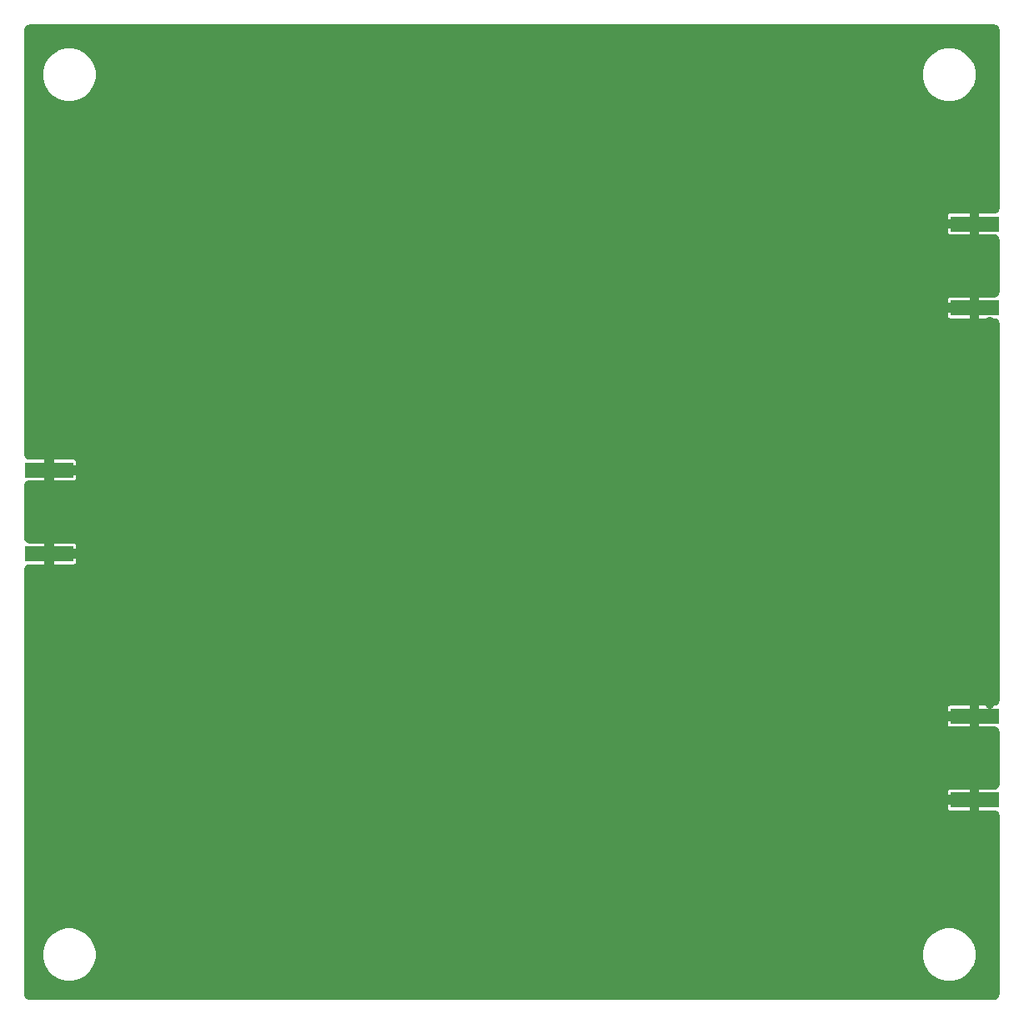
<source format=gbr>
G04 EAGLE Gerber X2 export*
%TF.Part,Single*%
%TF.FileFunction,Copper,L2,Bot,Mixed*%
%TF.FilePolarity,Positive*%
%TF.GenerationSoftware,Autodesk,EAGLE,8.7.1*%
%TF.CreationDate,2018-04-02T22:08:27Z*%
G75*
%MOMM*%
%FSLAX34Y34*%
%LPD*%
%AMOC8*
5,1,8,0,0,1.08239X$1,22.5*%
G01*
%ADD10R,4.902200X1.600200*%
%ADD11C,0.914400*%

G36*
X990185Y5012D02*
X990185Y5012D01*
X990370Y5014D01*
X990500Y5032D01*
X990631Y5041D01*
X990812Y5076D01*
X990996Y5101D01*
X991122Y5135D01*
X991252Y5160D01*
X991428Y5218D01*
X991606Y5266D01*
X991727Y5316D01*
X991852Y5357D01*
X992020Y5436D01*
X992190Y5506D01*
X992305Y5571D01*
X992423Y5627D01*
X992579Y5727D01*
X992740Y5819D01*
X992845Y5897D01*
X992956Y5968D01*
X993098Y6087D01*
X993246Y6198D01*
X993340Y6289D01*
X993441Y6373D01*
X993567Y6509D01*
X993700Y6638D01*
X993782Y6740D01*
X993871Y6837D01*
X993979Y6987D01*
X994094Y7131D01*
X994163Y7244D01*
X994239Y7350D01*
X994327Y7513D01*
X994424Y7671D01*
X994477Y7791D01*
X994540Y7906D01*
X994606Y8079D01*
X994682Y8248D01*
X994720Y8373D01*
X994768Y8496D01*
X994812Y8676D01*
X994866Y8853D01*
X994888Y8982D01*
X994919Y9110D01*
X994941Y9293D01*
X994972Y9476D01*
X994980Y9629D01*
X994992Y9737D01*
X994991Y9846D01*
X994999Y10000D01*
X994999Y192214D01*
X994988Y192399D01*
X994986Y192584D01*
X994968Y192714D01*
X994959Y192845D01*
X994924Y193026D01*
X994899Y193210D01*
X994865Y193336D01*
X994840Y193466D01*
X994782Y193642D01*
X994734Y193820D01*
X994684Y193941D01*
X994643Y194066D01*
X994564Y194234D01*
X994494Y194404D01*
X994429Y194519D01*
X994373Y194637D01*
X994273Y194793D01*
X994182Y194954D01*
X994103Y195059D01*
X994032Y195170D01*
X993913Y195312D01*
X993802Y195460D01*
X993711Y195554D01*
X993627Y195655D01*
X993491Y195781D01*
X993362Y195914D01*
X993260Y195996D01*
X993163Y196085D01*
X993013Y196193D01*
X992869Y196308D01*
X992756Y196377D01*
X992650Y196453D01*
X992487Y196541D01*
X992329Y196638D01*
X992209Y196691D01*
X992094Y196754D01*
X991921Y196820D01*
X991752Y196896D01*
X991627Y196934D01*
X991504Y196982D01*
X991324Y197026D01*
X991147Y197080D01*
X991018Y197102D01*
X990890Y197133D01*
X990707Y197155D01*
X990524Y197186D01*
X990371Y197194D01*
X990263Y197206D01*
X990154Y197205D01*
X990000Y197213D01*
X974608Y197213D01*
X974608Y207755D01*
X974608Y218297D01*
X990000Y218297D01*
X990185Y218308D01*
X990370Y218310D01*
X990500Y218328D01*
X990631Y218337D01*
X990812Y218372D01*
X990996Y218397D01*
X991122Y218431D01*
X991252Y218456D01*
X991428Y218514D01*
X991606Y218562D01*
X991727Y218612D01*
X991852Y218653D01*
X992020Y218732D01*
X992190Y218802D01*
X992305Y218867D01*
X992423Y218923D01*
X992579Y219023D01*
X992740Y219114D01*
X992845Y219193D01*
X992956Y219264D01*
X993098Y219383D01*
X993246Y219494D01*
X993340Y219585D01*
X993441Y219669D01*
X993567Y219805D01*
X993700Y219934D01*
X993782Y220036D01*
X993871Y220133D01*
X993979Y220283D01*
X994094Y220427D01*
X994163Y220540D01*
X994239Y220646D01*
X994327Y220809D01*
X994424Y220967D01*
X994477Y221087D01*
X994540Y221202D01*
X994606Y221375D01*
X994682Y221544D01*
X994720Y221669D01*
X994768Y221792D01*
X994812Y221972D01*
X994866Y222149D01*
X994888Y222278D01*
X994919Y222406D01*
X994941Y222589D01*
X994972Y222772D01*
X994980Y222925D01*
X994992Y223033D01*
X994991Y223142D01*
X994999Y223296D01*
X994999Y277304D01*
X994988Y277489D01*
X994986Y277674D01*
X994968Y277804D01*
X994959Y277935D01*
X994924Y278116D01*
X994899Y278300D01*
X994865Y278426D01*
X994840Y278556D01*
X994782Y278732D01*
X994734Y278910D01*
X994684Y279031D01*
X994643Y279156D01*
X994564Y279324D01*
X994494Y279494D01*
X994429Y279609D01*
X994373Y279727D01*
X994273Y279883D01*
X994182Y280044D01*
X994103Y280149D01*
X994032Y280260D01*
X993913Y280402D01*
X993802Y280550D01*
X993711Y280644D01*
X993627Y280745D01*
X993491Y280871D01*
X993362Y281004D01*
X993260Y281086D01*
X993163Y281175D01*
X993013Y281283D01*
X992869Y281398D01*
X992756Y281467D01*
X992650Y281543D01*
X992487Y281631D01*
X992329Y281728D01*
X992209Y281781D01*
X992094Y281844D01*
X991921Y281910D01*
X991752Y281986D01*
X991627Y282024D01*
X991504Y282072D01*
X991324Y282116D01*
X991147Y282170D01*
X991018Y282192D01*
X990890Y282223D01*
X990707Y282245D01*
X990524Y282276D01*
X990371Y282284D01*
X990263Y282296D01*
X990154Y282295D01*
X990000Y282303D01*
X974608Y282303D01*
X974608Y292845D01*
X974608Y303387D01*
X990000Y303387D01*
X990185Y303398D01*
X990370Y303400D01*
X990500Y303418D01*
X990631Y303427D01*
X990812Y303462D01*
X990996Y303487D01*
X991122Y303521D01*
X991252Y303546D01*
X991428Y303604D01*
X991606Y303652D01*
X991727Y303702D01*
X991852Y303743D01*
X992020Y303822D01*
X992190Y303892D01*
X992305Y303957D01*
X992423Y304013D01*
X992579Y304113D01*
X992740Y304204D01*
X992845Y304283D01*
X992956Y304354D01*
X993098Y304473D01*
X993246Y304584D01*
X993340Y304675D01*
X993441Y304759D01*
X993567Y304895D01*
X993700Y305024D01*
X993782Y305126D01*
X993871Y305223D01*
X993979Y305373D01*
X994094Y305517D01*
X994163Y305630D01*
X994239Y305736D01*
X994327Y305899D01*
X994424Y306057D01*
X994477Y306177D01*
X994540Y306292D01*
X994606Y306465D01*
X994682Y306634D01*
X994720Y306759D01*
X994768Y306882D01*
X994812Y307062D01*
X994866Y307239D01*
X994888Y307368D01*
X994919Y307496D01*
X994941Y307679D01*
X994972Y307862D01*
X994980Y308015D01*
X994992Y308123D01*
X994991Y308232D01*
X994999Y308386D01*
X994999Y691914D01*
X994988Y692099D01*
X994986Y692284D01*
X994968Y692414D01*
X994959Y692545D01*
X994924Y692726D01*
X994899Y692910D01*
X994865Y693036D01*
X994840Y693166D01*
X994782Y693342D01*
X994734Y693520D01*
X994684Y693641D01*
X994643Y693766D01*
X994564Y693934D01*
X994494Y694104D01*
X994429Y694219D01*
X994373Y694337D01*
X994273Y694493D01*
X994182Y694654D01*
X994103Y694759D01*
X994032Y694870D01*
X993913Y695012D01*
X993802Y695160D01*
X993711Y695254D01*
X993627Y695355D01*
X993491Y695481D01*
X993362Y695614D01*
X993260Y695696D01*
X993163Y695785D01*
X993013Y695893D01*
X992869Y696008D01*
X992756Y696077D01*
X992650Y696153D01*
X992487Y696241D01*
X992329Y696338D01*
X992209Y696391D01*
X992094Y696454D01*
X991921Y696520D01*
X991752Y696596D01*
X991627Y696634D01*
X991504Y696682D01*
X991324Y696726D01*
X991147Y696780D01*
X991018Y696802D01*
X990890Y696833D01*
X990707Y696855D01*
X990524Y696886D01*
X990371Y696894D01*
X990263Y696906D01*
X990154Y696905D01*
X990000Y696913D01*
X974608Y696913D01*
X974608Y707455D01*
X974608Y717997D01*
X990000Y717997D01*
X990185Y718008D01*
X990370Y718010D01*
X990500Y718028D01*
X990631Y718037D01*
X990812Y718072D01*
X990996Y718097D01*
X991122Y718131D01*
X991252Y718156D01*
X991428Y718214D01*
X991606Y718262D01*
X991727Y718312D01*
X991852Y718353D01*
X992020Y718432D01*
X992190Y718502D01*
X992305Y718567D01*
X992423Y718623D01*
X992579Y718723D01*
X992740Y718814D01*
X992845Y718893D01*
X992956Y718964D01*
X993098Y719083D01*
X993246Y719194D01*
X993340Y719285D01*
X993441Y719369D01*
X993567Y719505D01*
X993700Y719634D01*
X993782Y719736D01*
X993871Y719833D01*
X993979Y719983D01*
X994094Y720127D01*
X994163Y720240D01*
X994239Y720346D01*
X994327Y720509D01*
X994424Y720667D01*
X994477Y720787D01*
X994540Y720902D01*
X994606Y721075D01*
X994682Y721244D01*
X994720Y721369D01*
X994768Y721492D01*
X994812Y721672D01*
X994866Y721849D01*
X994888Y721978D01*
X994919Y722106D01*
X994941Y722289D01*
X994972Y722472D01*
X994980Y722625D01*
X994992Y722733D01*
X994991Y722842D01*
X994999Y722996D01*
X994999Y777004D01*
X994988Y777189D01*
X994986Y777374D01*
X994968Y777504D01*
X994959Y777635D01*
X994924Y777816D01*
X994899Y778000D01*
X994865Y778126D01*
X994840Y778256D01*
X994782Y778432D01*
X994734Y778610D01*
X994684Y778731D01*
X994643Y778856D01*
X994564Y779024D01*
X994494Y779194D01*
X994429Y779309D01*
X994373Y779427D01*
X994273Y779583D01*
X994182Y779744D01*
X994103Y779849D01*
X994032Y779960D01*
X993913Y780102D01*
X993802Y780250D01*
X993711Y780344D01*
X993627Y780445D01*
X993491Y780571D01*
X993362Y780704D01*
X993260Y780786D01*
X993163Y780875D01*
X993013Y780983D01*
X992869Y781098D01*
X992756Y781167D01*
X992650Y781243D01*
X992487Y781331D01*
X992329Y781428D01*
X992209Y781481D01*
X992094Y781544D01*
X991921Y781610D01*
X991752Y781686D01*
X991627Y781724D01*
X991504Y781772D01*
X991324Y781816D01*
X991147Y781870D01*
X991018Y781892D01*
X990890Y781923D01*
X990707Y781945D01*
X990524Y781976D01*
X990371Y781984D01*
X990263Y781996D01*
X990154Y781995D01*
X990000Y782003D01*
X974608Y782003D01*
X974608Y792545D01*
X974608Y803087D01*
X990000Y803087D01*
X990185Y803098D01*
X990370Y803100D01*
X990500Y803118D01*
X990631Y803127D01*
X990812Y803162D01*
X990996Y803187D01*
X991122Y803221D01*
X991252Y803246D01*
X991428Y803304D01*
X991606Y803352D01*
X991727Y803402D01*
X991852Y803443D01*
X992020Y803522D01*
X992190Y803592D01*
X992305Y803657D01*
X992423Y803713D01*
X992579Y803813D01*
X992740Y803904D01*
X992845Y803983D01*
X992956Y804054D01*
X993098Y804173D01*
X993246Y804284D01*
X993340Y804375D01*
X993441Y804459D01*
X993567Y804595D01*
X993700Y804724D01*
X993782Y804826D01*
X993871Y804923D01*
X993979Y805073D01*
X994094Y805217D01*
X994163Y805330D01*
X994239Y805436D01*
X994327Y805599D01*
X994424Y805757D01*
X994477Y805877D01*
X994540Y805992D01*
X994606Y806165D01*
X994682Y806334D01*
X994720Y806459D01*
X994768Y806582D01*
X994812Y806762D01*
X994866Y806939D01*
X994888Y807068D01*
X994919Y807196D01*
X994941Y807379D01*
X994972Y807562D01*
X994980Y807715D01*
X994992Y807823D01*
X994991Y807932D01*
X994999Y808086D01*
X994999Y990000D01*
X994988Y990185D01*
X994986Y990370D01*
X994968Y990500D01*
X994959Y990631D01*
X994924Y990812D01*
X994899Y990996D01*
X994865Y991122D01*
X994840Y991252D01*
X994782Y991428D01*
X994734Y991606D01*
X994684Y991727D01*
X994643Y991852D01*
X994564Y992020D01*
X994494Y992190D01*
X994429Y992305D01*
X994373Y992423D01*
X994273Y992579D01*
X994182Y992740D01*
X994103Y992845D01*
X994032Y992956D01*
X993913Y993098D01*
X993802Y993246D01*
X993711Y993340D01*
X993627Y993441D01*
X993491Y993567D01*
X993362Y993700D01*
X993260Y993782D01*
X993163Y993871D01*
X993013Y993979D01*
X992869Y994094D01*
X992756Y994163D01*
X992650Y994239D01*
X992487Y994327D01*
X992329Y994424D01*
X992209Y994477D01*
X992094Y994540D01*
X991921Y994606D01*
X991752Y994682D01*
X991627Y994720D01*
X991504Y994768D01*
X991324Y994812D01*
X991147Y994866D01*
X991018Y994888D01*
X990890Y994919D01*
X990707Y994941D01*
X990524Y994972D01*
X990371Y994980D01*
X990263Y994992D01*
X990154Y994991D01*
X990000Y994999D01*
X10000Y994999D01*
X9815Y994988D01*
X9630Y994986D01*
X9500Y994968D01*
X9369Y994959D01*
X9188Y994924D01*
X9004Y994899D01*
X8878Y994865D01*
X8748Y994840D01*
X8572Y994782D01*
X8394Y994734D01*
X8273Y994684D01*
X8148Y994643D01*
X7980Y994564D01*
X7810Y994494D01*
X7695Y994429D01*
X7577Y994373D01*
X7421Y994273D01*
X7260Y994182D01*
X7155Y994103D01*
X7044Y994032D01*
X6902Y993913D01*
X6754Y993802D01*
X6660Y993711D01*
X6559Y993627D01*
X6433Y993491D01*
X6300Y993362D01*
X6218Y993260D01*
X6129Y993163D01*
X6021Y993013D01*
X5906Y992869D01*
X5837Y992756D01*
X5761Y992650D01*
X5673Y992487D01*
X5576Y992329D01*
X5523Y992209D01*
X5460Y992094D01*
X5394Y991921D01*
X5318Y991752D01*
X5280Y991627D01*
X5232Y991504D01*
X5188Y991324D01*
X5134Y991147D01*
X5112Y991018D01*
X5081Y990890D01*
X5059Y990707D01*
X5028Y990524D01*
X5020Y990371D01*
X5008Y990263D01*
X5009Y990154D01*
X5001Y990000D01*
X5001Y558276D01*
X5012Y558091D01*
X5014Y557906D01*
X5032Y557776D01*
X5041Y557645D01*
X5076Y557464D01*
X5101Y557280D01*
X5135Y557154D01*
X5160Y557024D01*
X5218Y556848D01*
X5266Y556670D01*
X5316Y556549D01*
X5357Y556424D01*
X5436Y556256D01*
X5506Y556086D01*
X5571Y555971D01*
X5627Y555853D01*
X5727Y555697D01*
X5819Y555536D01*
X5897Y555431D01*
X5968Y555320D01*
X6087Y555178D01*
X6198Y555030D01*
X6289Y554936D01*
X6373Y554835D01*
X6509Y554709D01*
X6638Y554576D01*
X6740Y554494D01*
X6837Y554405D01*
X6987Y554297D01*
X7131Y554182D01*
X7244Y554113D01*
X7350Y554037D01*
X7513Y553949D01*
X7671Y553852D01*
X7791Y553799D01*
X7906Y553736D01*
X8079Y553670D01*
X8248Y553594D01*
X8373Y553556D01*
X8496Y553508D01*
X8676Y553464D01*
X8853Y553410D01*
X8982Y553388D01*
X9110Y553357D01*
X9293Y553335D01*
X9476Y553304D01*
X9629Y553296D01*
X9737Y553284D01*
X9846Y553285D01*
X10000Y553277D01*
X25192Y553277D01*
X25192Y542735D01*
X25192Y532193D01*
X10000Y532193D01*
X9815Y532182D01*
X9630Y532180D01*
X9500Y532162D01*
X9369Y532153D01*
X9188Y532118D01*
X9004Y532093D01*
X8878Y532059D01*
X8748Y532034D01*
X8572Y531976D01*
X8394Y531928D01*
X8273Y531878D01*
X8148Y531837D01*
X7980Y531758D01*
X7810Y531688D01*
X7695Y531623D01*
X7577Y531567D01*
X7421Y531467D01*
X7260Y531376D01*
X7155Y531297D01*
X7044Y531226D01*
X6902Y531107D01*
X6754Y530996D01*
X6660Y530905D01*
X6559Y530821D01*
X6433Y530685D01*
X6300Y530556D01*
X6218Y530454D01*
X6129Y530357D01*
X6021Y530207D01*
X5906Y530063D01*
X5837Y529950D01*
X5761Y529844D01*
X5673Y529681D01*
X5576Y529523D01*
X5523Y529403D01*
X5460Y529288D01*
X5394Y529115D01*
X5318Y528946D01*
X5280Y528821D01*
X5232Y528698D01*
X5188Y528518D01*
X5134Y528341D01*
X5112Y528212D01*
X5081Y528084D01*
X5059Y527901D01*
X5028Y527718D01*
X5020Y527565D01*
X5008Y527457D01*
X5009Y527348D01*
X5001Y527194D01*
X5001Y473186D01*
X5012Y473001D01*
X5014Y472816D01*
X5032Y472686D01*
X5041Y472555D01*
X5076Y472374D01*
X5101Y472190D01*
X5135Y472064D01*
X5160Y471934D01*
X5218Y471758D01*
X5266Y471580D01*
X5316Y471459D01*
X5357Y471334D01*
X5436Y471166D01*
X5506Y470996D01*
X5571Y470881D01*
X5627Y470763D01*
X5727Y470607D01*
X5818Y470446D01*
X5897Y470341D01*
X5968Y470230D01*
X6087Y470088D01*
X6198Y469940D01*
X6289Y469846D01*
X6373Y469745D01*
X6509Y469619D01*
X6638Y469486D01*
X6740Y469404D01*
X6837Y469315D01*
X6987Y469207D01*
X7131Y469092D01*
X7244Y469023D01*
X7350Y468947D01*
X7513Y468859D01*
X7671Y468762D01*
X7791Y468709D01*
X7906Y468646D01*
X8079Y468580D01*
X8248Y468504D01*
X8373Y468466D01*
X8496Y468418D01*
X8676Y468374D01*
X8853Y468320D01*
X8982Y468298D01*
X9110Y468267D01*
X9293Y468245D01*
X9476Y468214D01*
X9629Y468206D01*
X9737Y468194D01*
X9846Y468195D01*
X10000Y468187D01*
X25192Y468187D01*
X25192Y457645D01*
X25192Y447103D01*
X10000Y447103D01*
X9815Y447092D01*
X9630Y447090D01*
X9500Y447072D01*
X9369Y447063D01*
X9188Y447028D01*
X9004Y447003D01*
X8878Y446969D01*
X8748Y446944D01*
X8572Y446886D01*
X8394Y446838D01*
X8273Y446788D01*
X8148Y446747D01*
X7980Y446668D01*
X7810Y446598D01*
X7695Y446533D01*
X7577Y446477D01*
X7421Y446377D01*
X7260Y446286D01*
X7155Y446207D01*
X7044Y446136D01*
X6902Y446017D01*
X6754Y445906D01*
X6660Y445815D01*
X6559Y445731D01*
X6433Y445595D01*
X6300Y445466D01*
X6218Y445364D01*
X6129Y445267D01*
X6021Y445117D01*
X5906Y444973D01*
X5837Y444860D01*
X5761Y444754D01*
X5673Y444591D01*
X5576Y444433D01*
X5523Y444313D01*
X5460Y444198D01*
X5394Y444025D01*
X5318Y443856D01*
X5280Y443731D01*
X5232Y443608D01*
X5188Y443428D01*
X5134Y443251D01*
X5112Y443122D01*
X5081Y442994D01*
X5059Y442811D01*
X5028Y442628D01*
X5020Y442475D01*
X5008Y442367D01*
X5009Y442258D01*
X5001Y442104D01*
X5001Y10000D01*
X5012Y9815D01*
X5014Y9630D01*
X5032Y9500D01*
X5041Y9369D01*
X5076Y9188D01*
X5101Y9004D01*
X5135Y8878D01*
X5160Y8748D01*
X5218Y8572D01*
X5266Y8394D01*
X5316Y8273D01*
X5357Y8148D01*
X5436Y7980D01*
X5506Y7810D01*
X5571Y7695D01*
X5627Y7577D01*
X5727Y7421D01*
X5819Y7260D01*
X5897Y7155D01*
X5968Y7044D01*
X6087Y6902D01*
X6198Y6754D01*
X6289Y6660D01*
X6373Y6559D01*
X6509Y6433D01*
X6638Y6300D01*
X6740Y6218D01*
X6837Y6129D01*
X6987Y6021D01*
X7131Y5906D01*
X7244Y5837D01*
X7350Y5761D01*
X7513Y5673D01*
X7671Y5576D01*
X7791Y5523D01*
X7906Y5460D01*
X8079Y5394D01*
X8248Y5318D01*
X8373Y5280D01*
X8496Y5232D01*
X8676Y5188D01*
X8853Y5134D01*
X8982Y5112D01*
X9110Y5081D01*
X9293Y5059D01*
X9476Y5028D01*
X9629Y5020D01*
X9737Y5008D01*
X9846Y5009D01*
X10000Y5001D01*
X990000Y5001D01*
X990185Y5012D01*
G37*
%LPC*%
G36*
X940632Y917638D02*
X940632Y917638D01*
X933897Y919442D01*
X927859Y922928D01*
X922928Y927859D01*
X919442Y933897D01*
X917638Y940632D01*
X917638Y947604D01*
X919442Y954339D01*
X922928Y960377D01*
X927859Y965308D01*
X933897Y968794D01*
X940632Y970598D01*
X947604Y970598D01*
X954339Y968794D01*
X960377Y965308D01*
X965308Y960377D01*
X968794Y954339D01*
X970598Y947604D01*
X970598Y940632D01*
X968794Y933897D01*
X965308Y927859D01*
X960377Y922928D01*
X954339Y919442D01*
X947604Y917638D01*
X940632Y917638D01*
G37*
%LPD*%
%LPC*%
G36*
X47314Y917638D02*
X47314Y917638D01*
X40579Y919442D01*
X34541Y922928D01*
X29610Y927859D01*
X26124Y933897D01*
X24320Y940632D01*
X24320Y947604D01*
X26124Y954339D01*
X29610Y960377D01*
X34541Y965308D01*
X40579Y968794D01*
X47314Y970598D01*
X54286Y970598D01*
X61021Y968794D01*
X67059Y965308D01*
X71990Y960377D01*
X75476Y954339D01*
X77280Y947604D01*
X77280Y940632D01*
X75476Y933897D01*
X71990Y927859D01*
X67059Y922928D01*
X61021Y919442D01*
X54286Y917638D01*
X47314Y917638D01*
G37*
%LPD*%
%LPC*%
G36*
X940632Y24320D02*
X940632Y24320D01*
X933897Y26124D01*
X927859Y29610D01*
X922928Y34541D01*
X919442Y40579D01*
X917638Y47314D01*
X917638Y54286D01*
X919442Y61021D01*
X922928Y67059D01*
X927859Y71990D01*
X933897Y75476D01*
X940632Y77280D01*
X947604Y77280D01*
X954339Y75476D01*
X960377Y71990D01*
X965308Y67059D01*
X968794Y61021D01*
X970598Y54286D01*
X970598Y47314D01*
X968794Y40579D01*
X965308Y34541D01*
X960377Y29610D01*
X954339Y26124D01*
X947604Y24320D01*
X940632Y24320D01*
G37*
%LPD*%
%LPC*%
G36*
X47314Y24320D02*
X47314Y24320D01*
X40579Y26124D01*
X34541Y29610D01*
X29610Y34541D01*
X26124Y40579D01*
X24320Y47314D01*
X24320Y54286D01*
X26124Y61021D01*
X29610Y67059D01*
X34541Y71990D01*
X40579Y75476D01*
X47314Y77280D01*
X54286Y77280D01*
X61021Y75476D01*
X67059Y71990D01*
X71990Y67059D01*
X75476Y61021D01*
X77280Y54286D01*
X77280Y47314D01*
X75476Y40579D01*
X71990Y34541D01*
X67059Y29610D01*
X61021Y26124D01*
X54286Y24320D01*
X47314Y24320D01*
G37*
%LPD*%
%LPC*%
G36*
X35190Y547734D02*
X35190Y547734D01*
X35190Y553277D01*
X54952Y553277D01*
X55443Y553179D01*
X55906Y552988D01*
X56322Y552710D01*
X56676Y552356D01*
X56954Y551940D01*
X57145Y551477D01*
X57243Y550986D01*
X57243Y547734D01*
X35190Y547734D01*
G37*
%LPD*%
%LPC*%
G36*
X35190Y462644D02*
X35190Y462644D01*
X35190Y468187D01*
X54952Y468187D01*
X55443Y468089D01*
X55906Y467898D01*
X56322Y467620D01*
X56676Y467266D01*
X56954Y466850D01*
X57145Y466387D01*
X57243Y465896D01*
X57243Y462644D01*
X35190Y462644D01*
G37*
%LPD*%
%LPC*%
G36*
X942557Y797544D02*
X942557Y797544D01*
X942557Y800796D01*
X942655Y801287D01*
X942846Y801750D01*
X943124Y802166D01*
X943478Y802520D01*
X943894Y802798D01*
X944357Y802989D01*
X944848Y803087D01*
X964609Y803087D01*
X964609Y797544D01*
X942557Y797544D01*
G37*
%LPD*%
%LPC*%
G36*
X942557Y712454D02*
X942557Y712454D01*
X942557Y715706D01*
X942655Y716197D01*
X942846Y716660D01*
X943124Y717076D01*
X943478Y717430D01*
X943894Y717708D01*
X944357Y717899D01*
X944848Y717997D01*
X964609Y717997D01*
X964609Y712454D01*
X942557Y712454D01*
G37*
%LPD*%
%LPC*%
G36*
X942557Y297844D02*
X942557Y297844D01*
X942557Y301096D01*
X942655Y301587D01*
X942846Y302050D01*
X943124Y302466D01*
X943478Y302820D01*
X943894Y303098D01*
X944357Y303289D01*
X944848Y303387D01*
X964609Y303387D01*
X964609Y297844D01*
X942557Y297844D01*
G37*
%LPD*%
%LPC*%
G36*
X942557Y212754D02*
X942557Y212754D01*
X942557Y216006D01*
X942655Y216497D01*
X942846Y216960D01*
X943124Y217376D01*
X943478Y217730D01*
X943894Y218008D01*
X944357Y218199D01*
X944848Y218297D01*
X964609Y218297D01*
X964609Y212754D01*
X942557Y212754D01*
G37*
%LPD*%
%LPC*%
G36*
X944848Y782003D02*
X944848Y782003D01*
X944357Y782101D01*
X943894Y782292D01*
X943478Y782570D01*
X943124Y782924D01*
X942846Y783340D01*
X942655Y783803D01*
X942557Y784294D01*
X942557Y787546D01*
X964609Y787546D01*
X964609Y782003D01*
X944848Y782003D01*
G37*
%LPD*%
%LPC*%
G36*
X944848Y696913D02*
X944848Y696913D01*
X944357Y697011D01*
X943894Y697202D01*
X943478Y697480D01*
X943124Y697834D01*
X942846Y698250D01*
X942655Y698713D01*
X942557Y699204D01*
X942557Y702456D01*
X964609Y702456D01*
X964609Y696913D01*
X944848Y696913D01*
G37*
%LPD*%
%LPC*%
G36*
X944848Y282303D02*
X944848Y282303D01*
X944357Y282401D01*
X943894Y282592D01*
X943478Y282870D01*
X943124Y283224D01*
X942846Y283640D01*
X942655Y284103D01*
X942557Y284594D01*
X942557Y287846D01*
X964609Y287846D01*
X964609Y282303D01*
X944848Y282303D01*
G37*
%LPD*%
%LPC*%
G36*
X944848Y197213D02*
X944848Y197213D01*
X944357Y197311D01*
X943894Y197502D01*
X943478Y197780D01*
X943124Y198134D01*
X942846Y198550D01*
X942655Y199013D01*
X942557Y199504D01*
X942557Y202756D01*
X964609Y202756D01*
X964609Y197213D01*
X944848Y197213D01*
G37*
%LPD*%
%LPC*%
G36*
X35190Y532193D02*
X35190Y532193D01*
X35190Y537736D01*
X57243Y537736D01*
X57243Y534484D01*
X57145Y533993D01*
X56954Y533530D01*
X56676Y533114D01*
X56322Y532760D01*
X55906Y532482D01*
X55443Y532291D01*
X54952Y532193D01*
X35190Y532193D01*
G37*
%LPD*%
%LPC*%
G36*
X35190Y447103D02*
X35190Y447103D01*
X35190Y452646D01*
X57243Y452646D01*
X57243Y449394D01*
X57145Y448903D01*
X56954Y448440D01*
X56676Y448024D01*
X56322Y447670D01*
X55906Y447392D01*
X55443Y447201D01*
X54952Y447103D01*
X35190Y447103D01*
G37*
%LPD*%
D10*
X30191Y542735D03*
X30191Y457645D03*
X969609Y707455D03*
X969609Y792545D03*
X969609Y207755D03*
X969609Y292845D03*
D11*
X12700Y985520D03*
X12700Y888238D03*
X985520Y499110D03*
X12700Y790956D03*
X12700Y693674D03*
X12700Y596392D03*
X12700Y401828D03*
X12700Y304546D03*
X12700Y207264D03*
X12700Y109982D03*
X12700Y12700D03*
X109982Y12700D03*
X207264Y12700D03*
X304546Y12700D03*
X401828Y12700D03*
X499110Y12700D03*
X596392Y12700D03*
X693674Y12700D03*
X790956Y12700D03*
X888238Y12700D03*
X985520Y12700D03*
X985520Y109982D03*
X985520Y207264D03*
X985520Y304546D03*
X985520Y401828D03*
X985520Y596392D03*
X985520Y693674D03*
X985520Y790956D03*
X985520Y888238D03*
X985520Y985520D03*
X888238Y985520D03*
X790956Y985520D03*
X693674Y985520D03*
X596392Y985520D03*
X499110Y985520D03*
X401828Y985520D03*
X304546Y985520D03*
X207264Y985520D03*
X109982Y985520D03*
M02*

</source>
